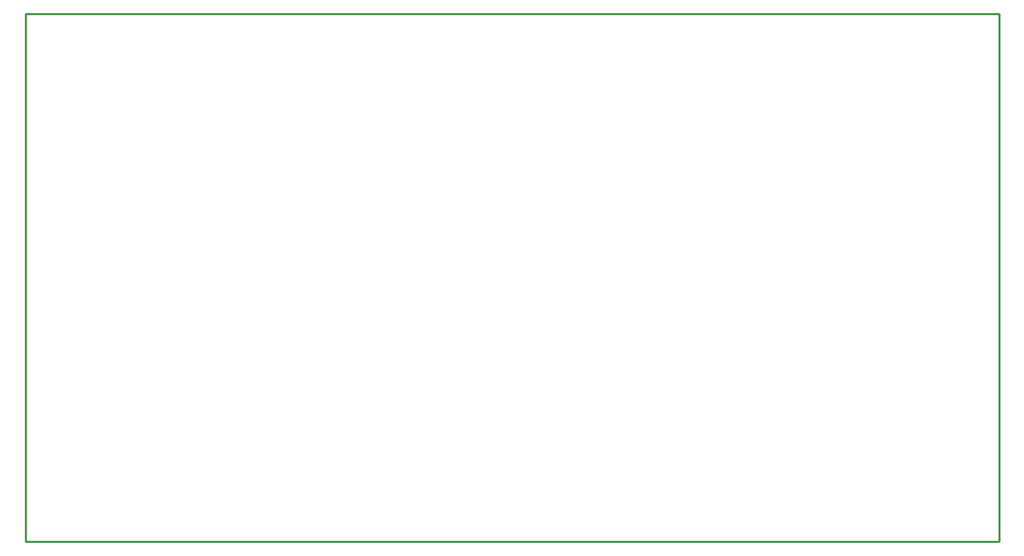
<source format=gbr>
G04 EAGLE Gerber RS-274X export*
G75*
%MOMM*%
%FSLAX34Y34*%
%LPD*%
%IN*%
%IPPOS*%
%AMOC8*
5,1,8,0,0,1.08239X$1,22.5*%
G01*
%ADD10C,0.254000*%


D10*
X0Y0D02*
X1193800Y0D01*
X1193800Y647700D01*
X0Y647700D01*
X0Y0D01*
M02*

</source>
